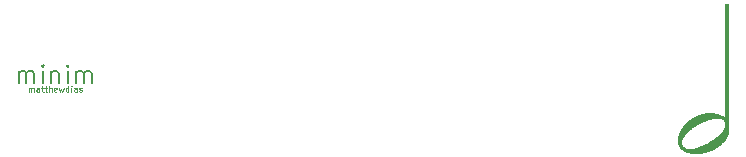
<source format=gbr>
G04 #@! TF.GenerationSoftware,KiCad,Pcbnew,(5.1.4)-1*
G04 #@! TF.CreationDate,2020-11-15T13:42:54-06:00*
G04 #@! TF.ProjectId,minim,6d696e69-6d2e-46b6-9963-61645f706362,rev?*
G04 #@! TF.SameCoordinates,Original*
G04 #@! TF.FileFunction,Legend,Top*
G04 #@! TF.FilePolarity,Positive*
%FSLAX46Y46*%
G04 Gerber Fmt 4.6, Leading zero omitted, Abs format (unit mm)*
G04 Created by KiCad (PCBNEW (5.1.4)-1) date 2020-11-15 13:42:54*
%MOMM*%
%LPD*%
G04 APERTURE LIST*
%ADD10C,0.076200*%
%ADD11C,0.150000*%
%ADD12C,0.010000*%
%ADD13C,0.650000*%
%ADD14O,1.000000X2.100000*%
%ADD15O,1.000000X1.600000*%
%ADD16C,1.750000*%
%ADD17C,3.987800*%
%ADD18C,3.048000*%
G04 APERTURE END LIST*
D10*
X108506380Y-67539809D02*
X108506380Y-67201142D01*
X108506380Y-67249523D02*
X108530571Y-67225333D01*
X108578952Y-67201142D01*
X108651523Y-67201142D01*
X108699904Y-67225333D01*
X108724095Y-67273714D01*
X108724095Y-67539809D01*
X108724095Y-67273714D02*
X108748285Y-67225333D01*
X108796666Y-67201142D01*
X108869238Y-67201142D01*
X108917619Y-67225333D01*
X108941809Y-67273714D01*
X108941809Y-67539809D01*
X109401428Y-67539809D02*
X109401428Y-67273714D01*
X109377238Y-67225333D01*
X109328857Y-67201142D01*
X109232095Y-67201142D01*
X109183714Y-67225333D01*
X109401428Y-67515619D02*
X109353047Y-67539809D01*
X109232095Y-67539809D01*
X109183714Y-67515619D01*
X109159523Y-67467238D01*
X109159523Y-67418857D01*
X109183714Y-67370476D01*
X109232095Y-67346285D01*
X109353047Y-67346285D01*
X109401428Y-67322095D01*
X109570761Y-67201142D02*
X109764285Y-67201142D01*
X109643333Y-67031809D02*
X109643333Y-67467238D01*
X109667523Y-67515619D01*
X109715904Y-67539809D01*
X109764285Y-67539809D01*
X109861047Y-67201142D02*
X110054571Y-67201142D01*
X109933619Y-67031809D02*
X109933619Y-67467238D01*
X109957809Y-67515619D01*
X110006190Y-67539809D01*
X110054571Y-67539809D01*
X110223904Y-67539809D02*
X110223904Y-67031809D01*
X110441619Y-67539809D02*
X110441619Y-67273714D01*
X110417428Y-67225333D01*
X110369047Y-67201142D01*
X110296476Y-67201142D01*
X110248095Y-67225333D01*
X110223904Y-67249523D01*
X110877047Y-67515619D02*
X110828666Y-67539809D01*
X110731904Y-67539809D01*
X110683523Y-67515619D01*
X110659333Y-67467238D01*
X110659333Y-67273714D01*
X110683523Y-67225333D01*
X110731904Y-67201142D01*
X110828666Y-67201142D01*
X110877047Y-67225333D01*
X110901238Y-67273714D01*
X110901238Y-67322095D01*
X110659333Y-67370476D01*
X111070571Y-67201142D02*
X111167333Y-67539809D01*
X111264095Y-67297904D01*
X111360857Y-67539809D01*
X111457619Y-67201142D01*
X111868857Y-67539809D02*
X111868857Y-67031809D01*
X111868857Y-67515619D02*
X111820476Y-67539809D01*
X111723714Y-67539809D01*
X111675333Y-67515619D01*
X111651142Y-67491428D01*
X111626952Y-67443047D01*
X111626952Y-67297904D01*
X111651142Y-67249523D01*
X111675333Y-67225333D01*
X111723714Y-67201142D01*
X111820476Y-67201142D01*
X111868857Y-67225333D01*
X112110761Y-67539809D02*
X112110761Y-67201142D01*
X112110761Y-67031809D02*
X112086571Y-67056000D01*
X112110761Y-67080190D01*
X112134952Y-67056000D01*
X112110761Y-67031809D01*
X112110761Y-67080190D01*
X112570380Y-67539809D02*
X112570380Y-67273714D01*
X112546190Y-67225333D01*
X112497809Y-67201142D01*
X112401047Y-67201142D01*
X112352666Y-67225333D01*
X112570380Y-67515619D02*
X112522000Y-67539809D01*
X112401047Y-67539809D01*
X112352666Y-67515619D01*
X112328476Y-67467238D01*
X112328476Y-67418857D01*
X112352666Y-67370476D01*
X112401047Y-67346285D01*
X112522000Y-67346285D01*
X112570380Y-67322095D01*
X112788095Y-67515619D02*
X112836476Y-67539809D01*
X112933238Y-67539809D01*
X112981619Y-67515619D01*
X113005809Y-67467238D01*
X113005809Y-67443047D01*
X112981619Y-67394666D01*
X112933238Y-67370476D01*
X112860666Y-67370476D01*
X112812285Y-67346285D01*
X112788095Y-67297904D01*
X112788095Y-67273714D01*
X112812285Y-67225333D01*
X112860666Y-67201142D01*
X112933238Y-67201142D01*
X112981619Y-67225333D01*
D11*
X107659714Y-66856428D02*
X107659714Y-65840428D01*
X107659714Y-65985571D02*
X107732285Y-65913000D01*
X107877428Y-65840428D01*
X108095142Y-65840428D01*
X108240285Y-65913000D01*
X108312857Y-66058142D01*
X108312857Y-66856428D01*
X108312857Y-66058142D02*
X108385428Y-65913000D01*
X108530571Y-65840428D01*
X108748285Y-65840428D01*
X108893428Y-65913000D01*
X108966000Y-66058142D01*
X108966000Y-66856428D01*
X109691714Y-66856428D02*
X109691714Y-65840428D01*
X109691714Y-65332428D02*
X109619142Y-65405000D01*
X109691714Y-65477571D01*
X109764285Y-65405000D01*
X109691714Y-65332428D01*
X109691714Y-65477571D01*
X110417428Y-65840428D02*
X110417428Y-66856428D01*
X110417428Y-65985571D02*
X110490000Y-65913000D01*
X110635142Y-65840428D01*
X110852857Y-65840428D01*
X110998000Y-65913000D01*
X111070571Y-66058142D01*
X111070571Y-66856428D01*
X111796285Y-66856428D02*
X111796285Y-65840428D01*
X111796285Y-65332428D02*
X111723714Y-65405000D01*
X111796285Y-65477571D01*
X111868857Y-65405000D01*
X111796285Y-65332428D01*
X111796285Y-65477571D01*
X112522000Y-66856428D02*
X112522000Y-65840428D01*
X112522000Y-65985571D02*
X112594571Y-65913000D01*
X112739714Y-65840428D01*
X112957428Y-65840428D01*
X113102571Y-65913000D01*
X113175142Y-66058142D01*
X113175142Y-66856428D01*
X113175142Y-66058142D02*
X113247714Y-65913000D01*
X113392857Y-65840428D01*
X113610571Y-65840428D01*
X113755714Y-65913000D01*
X113828285Y-66058142D01*
X113828285Y-66856428D01*
D12*
G36*
X167749479Y-65435320D02*
G01*
X167749459Y-65899187D01*
X167749399Y-66340418D01*
X167749299Y-66759281D01*
X167749158Y-67156043D01*
X167748976Y-67530972D01*
X167748751Y-67884336D01*
X167748483Y-68216402D01*
X167748171Y-68527438D01*
X167747816Y-68817712D01*
X167747416Y-69087490D01*
X167746970Y-69337042D01*
X167746479Y-69566633D01*
X167745941Y-69776533D01*
X167745356Y-69967009D01*
X167744723Y-70138327D01*
X167744042Y-70290757D01*
X167743312Y-70424565D01*
X167742532Y-70540020D01*
X167741702Y-70637388D01*
X167740821Y-70716937D01*
X167739889Y-70778935D01*
X167738905Y-70823650D01*
X167737868Y-70851350D01*
X167737134Y-70860590D01*
X167728918Y-70907075D01*
X167715954Y-70965357D01*
X167699736Y-71030054D01*
X167681759Y-71095784D01*
X167663516Y-71157162D01*
X167646500Y-71208808D01*
X167632205Y-71245337D01*
X167628073Y-71253642D01*
X167613575Y-71281699D01*
X167595708Y-71318722D01*
X167588731Y-71333804D01*
X167526106Y-71453810D01*
X167446354Y-71578629D01*
X167353147Y-71703475D01*
X167250155Y-71823566D01*
X167141047Y-71934117D01*
X167098408Y-71972928D01*
X167034181Y-72028371D01*
X166969960Y-72081732D01*
X166909859Y-72129734D01*
X166857992Y-72169096D01*
X166818473Y-72196540D01*
X166815505Y-72198412D01*
X166782361Y-72219558D01*
X166743998Y-72244702D01*
X166732331Y-72252492D01*
X166700122Y-72272912D01*
X166656025Y-72299306D01*
X166608296Y-72326759D01*
X166596442Y-72333390D01*
X166553339Y-72357367D01*
X166515669Y-72378369D01*
X166489581Y-72392965D01*
X166484059Y-72396075D01*
X166423460Y-72427305D01*
X166344417Y-72463133D01*
X166250534Y-72501961D01*
X166203491Y-72520338D01*
X166146048Y-72542406D01*
X166090388Y-72563804D01*
X166043326Y-72581913D01*
X166014537Y-72593007D01*
X165957468Y-72612360D01*
X165882597Y-72633737D01*
X165794808Y-72655998D01*
X165698981Y-72678004D01*
X165600001Y-72698614D01*
X165502749Y-72716688D01*
X165441949Y-72726665D01*
X165351161Y-72739548D01*
X165267657Y-72748702D01*
X165183213Y-72754768D01*
X165089601Y-72758388D01*
X165018234Y-72759758D01*
X164945331Y-72760482D01*
X164877826Y-72760653D01*
X164819995Y-72760300D01*
X164776111Y-72759451D01*
X164750448Y-72758134D01*
X164749118Y-72757987D01*
X164553948Y-72728572D01*
X164378183Y-72689951D01*
X164219945Y-72641383D01*
X164077358Y-72582127D01*
X163948544Y-72511443D01*
X163831625Y-72428589D01*
X163761444Y-72368157D01*
X163724095Y-72329981D01*
X163683595Y-72282920D01*
X163645462Y-72233910D01*
X163615213Y-72189887D01*
X163603663Y-72169782D01*
X163589792Y-72146578D01*
X163579739Y-72135008D01*
X163570011Y-72120060D01*
X163556145Y-72087911D01*
X163539768Y-72043525D01*
X163522508Y-71991864D01*
X163505993Y-71937895D01*
X163491848Y-71886580D01*
X163481703Y-71842885D01*
X163478959Y-71827571D01*
X163478832Y-71826230D01*
X163749088Y-71826230D01*
X163753535Y-71928947D01*
X163768857Y-72015586D01*
X163796700Y-72091029D01*
X163838710Y-72160160D01*
X163877671Y-72207681D01*
X163952931Y-72274233D01*
X164045399Y-72326821D01*
X164153981Y-72365257D01*
X164277585Y-72389350D01*
X164415118Y-72398909D01*
X164565489Y-72393743D01*
X164727603Y-72373664D01*
X164778899Y-72364603D01*
X165020328Y-72309837D01*
X165253902Y-72237404D01*
X165430498Y-72169324D01*
X165477962Y-72150002D01*
X165524714Y-72131751D01*
X165559916Y-72118779D01*
X165598230Y-72104046D01*
X165632791Y-72088492D01*
X165640078Y-72084695D01*
X165662166Y-72073239D01*
X165699728Y-72054451D01*
X165747584Y-72030900D01*
X165800554Y-72005152D01*
X165802680Y-72004125D01*
X165922670Y-71944757D01*
X166027211Y-71889745D01*
X166122429Y-71835761D01*
X166203491Y-71786390D01*
X166232832Y-71767950D01*
X166273483Y-71742393D01*
X166317366Y-71714799D01*
X166323735Y-71710793D01*
X166376422Y-71676430D01*
X166443691Y-71630602D01*
X166521966Y-71575802D01*
X166607667Y-71514522D01*
X166659424Y-71476951D01*
X166689996Y-71453712D01*
X166733167Y-71419652D01*
X166784016Y-71378697D01*
X166837619Y-71334778D01*
X166838797Y-71333804D01*
X166895291Y-71284206D01*
X166958454Y-71223918D01*
X167025054Y-71156485D01*
X167091861Y-71085451D01*
X167155642Y-71014362D01*
X167213167Y-70946762D01*
X167261203Y-70886196D01*
X167296519Y-70836210D01*
X167304941Y-70822451D01*
X167322154Y-70794396D01*
X167335346Y-70775786D01*
X167338374Y-70772668D01*
X167349859Y-70756778D01*
X167366610Y-70724314D01*
X167386512Y-70680381D01*
X167407450Y-70630087D01*
X167427309Y-70578539D01*
X167443975Y-70530844D01*
X167455332Y-70492107D01*
X167456368Y-70487735D01*
X167471399Y-70386653D01*
X167472651Y-70282125D01*
X167460753Y-70180332D01*
X167436334Y-70087450D01*
X167409314Y-70025742D01*
X167355081Y-69948691D01*
X167282487Y-69881394D01*
X167194812Y-69826108D01*
X167095336Y-69785089D01*
X167036561Y-69769378D01*
X166975327Y-69759886D01*
X166897530Y-69753633D01*
X166809280Y-69750625D01*
X166716688Y-69750872D01*
X166625864Y-69754381D01*
X166542919Y-69761159D01*
X166487929Y-69768669D01*
X166419254Y-69782441D01*
X166336004Y-69802374D01*
X166243704Y-69826850D01*
X166147880Y-69854253D01*
X166054059Y-69882962D01*
X165967764Y-69911361D01*
X165894523Y-69937831D01*
X165854213Y-69954244D01*
X165830610Y-69964355D01*
X165791212Y-69981024D01*
X165741363Y-70001996D01*
X165686410Y-70025017D01*
X165682436Y-70026678D01*
X165610820Y-70058164D01*
X165526018Y-70097956D01*
X165433133Y-70143438D01*
X165337266Y-70191999D01*
X165243520Y-70241025D01*
X165156998Y-70287904D01*
X165082799Y-70330021D01*
X165041138Y-70355139D01*
X165002696Y-70378583D01*
X164958600Y-70404678D01*
X164940699Y-70415028D01*
X164890001Y-70445887D01*
X164827274Y-70486838D01*
X164758451Y-70533757D01*
X164689465Y-70582523D01*
X164626248Y-70629014D01*
X164574732Y-70669110D01*
X164573231Y-70670332D01*
X164538491Y-70697313D01*
X164501207Y-70724388D01*
X164497179Y-70727170D01*
X164469277Y-70747341D01*
X164448953Y-70763871D01*
X164445646Y-70767107D01*
X164430821Y-70780692D01*
X164404442Y-70802819D01*
X164381015Y-70821694D01*
X164345827Y-70851915D01*
X164299324Y-70895206D01*
X164245457Y-70947565D01*
X164188177Y-71004987D01*
X164131432Y-71063470D01*
X164079175Y-71119008D01*
X164035354Y-71167600D01*
X164009383Y-71198338D01*
X163982547Y-71232956D01*
X163952323Y-71273942D01*
X163921755Y-71316901D01*
X163893884Y-71357438D01*
X163871755Y-71391157D01*
X163858409Y-71413663D01*
X163855881Y-71420065D01*
X163851325Y-71431775D01*
X163839220Y-71458923D01*
X163821909Y-71496291D01*
X163816386Y-71508006D01*
X163786809Y-71576316D01*
X163767009Y-71638542D01*
X163755286Y-71702733D01*
X163749936Y-71776938D01*
X163749088Y-71826230D01*
X163478832Y-71826230D01*
X163468373Y-71716313D01*
X163468427Y-71593015D01*
X163478503Y-71470925D01*
X163486468Y-71419844D01*
X163498489Y-71359159D01*
X163513262Y-71293982D01*
X163529484Y-71229427D01*
X163545853Y-71170605D01*
X163561065Y-71122630D01*
X163573818Y-71090615D01*
X163576817Y-71085131D01*
X163588830Y-71060717D01*
X163592490Y-71045930D01*
X163597558Y-71028643D01*
X163611286Y-70995740D01*
X163631464Y-70951763D01*
X163655880Y-70901252D01*
X163682323Y-70848750D01*
X163708582Y-70798799D01*
X163732445Y-70755941D01*
X163739471Y-70744038D01*
X163811568Y-70633263D01*
X163896657Y-70517520D01*
X163990800Y-70401312D01*
X164090062Y-70289139D01*
X164190507Y-70185504D01*
X164288199Y-70094907D01*
X164355300Y-70039755D01*
X164376724Y-70022954D01*
X164407645Y-69998368D01*
X164428802Y-69981415D01*
X164467626Y-69951522D01*
X164508336Y-69922144D01*
X164525809Y-69910313D01*
X164559619Y-69887840D01*
X164602359Y-69858930D01*
X164640326Y-69832904D01*
X164682411Y-69805043D01*
X164724499Y-69779131D01*
X164754844Y-69762184D01*
X164783831Y-69746474D01*
X164803071Y-69734197D01*
X164806377Y-69731202D01*
X164818370Y-69723509D01*
X164846850Y-69708218D01*
X164887601Y-69687518D01*
X164936404Y-69663601D01*
X164938072Y-69662797D01*
X164990168Y-69637590D01*
X165037464Y-69614498D01*
X165074574Y-69596165D01*
X165095409Y-69585604D01*
X165123742Y-69572719D01*
X165163529Y-69557008D01*
X165192749Y-69546522D01*
X165241241Y-69529465D01*
X165291906Y-69510930D01*
X165315980Y-69501800D01*
X165476207Y-69449678D01*
X165652469Y-69410662D01*
X165841675Y-69385258D01*
X166040735Y-69373971D01*
X166101858Y-69373413D01*
X166291488Y-69377762D01*
X166462781Y-69390488D01*
X166618914Y-69412116D01*
X166763065Y-69443170D01*
X166898411Y-69484176D01*
X166993663Y-69520773D01*
X167119001Y-69579955D01*
X167235469Y-69648001D01*
X167338369Y-69721877D01*
X167422102Y-69797607D01*
X167448012Y-69821939D01*
X167468294Y-69836357D01*
X167476497Y-69838199D01*
X167477153Y-69826463D01*
X167477797Y-69792569D01*
X167478428Y-69737261D01*
X167479045Y-69661284D01*
X167479645Y-69565383D01*
X167480229Y-69450304D01*
X167480793Y-69316791D01*
X167481338Y-69165589D01*
X167481860Y-68997444D01*
X167482359Y-68813099D01*
X167482834Y-68613301D01*
X167483282Y-68398793D01*
X167483703Y-68170322D01*
X167484095Y-67928631D01*
X167484456Y-67674467D01*
X167484785Y-67408573D01*
X167485080Y-67131695D01*
X167485341Y-66844578D01*
X167485565Y-66547966D01*
X167485751Y-66242605D01*
X167485898Y-65929240D01*
X167486004Y-65608615D01*
X167486068Y-65281476D01*
X167486088Y-64965950D01*
X167486088Y-60099629D01*
X167749479Y-60099629D01*
X167749479Y-65435320D01*
X167749479Y-65435320D01*
G37*
X167749479Y-65435320D02*
X167749459Y-65899187D01*
X167749399Y-66340418D01*
X167749299Y-66759281D01*
X167749158Y-67156043D01*
X167748976Y-67530972D01*
X167748751Y-67884336D01*
X167748483Y-68216402D01*
X167748171Y-68527438D01*
X167747816Y-68817712D01*
X167747416Y-69087490D01*
X167746970Y-69337042D01*
X167746479Y-69566633D01*
X167745941Y-69776533D01*
X167745356Y-69967009D01*
X167744723Y-70138327D01*
X167744042Y-70290757D01*
X167743312Y-70424565D01*
X167742532Y-70540020D01*
X167741702Y-70637388D01*
X167740821Y-70716937D01*
X167739889Y-70778935D01*
X167738905Y-70823650D01*
X167737868Y-70851350D01*
X167737134Y-70860590D01*
X167728918Y-70907075D01*
X167715954Y-70965357D01*
X167699736Y-71030054D01*
X167681759Y-71095784D01*
X167663516Y-71157162D01*
X167646500Y-71208808D01*
X167632205Y-71245337D01*
X167628073Y-71253642D01*
X167613575Y-71281699D01*
X167595708Y-71318722D01*
X167588731Y-71333804D01*
X167526106Y-71453810D01*
X167446354Y-71578629D01*
X167353147Y-71703475D01*
X167250155Y-71823566D01*
X167141047Y-71934117D01*
X167098408Y-71972928D01*
X167034181Y-72028371D01*
X166969960Y-72081732D01*
X166909859Y-72129734D01*
X166857992Y-72169096D01*
X166818473Y-72196540D01*
X166815505Y-72198412D01*
X166782361Y-72219558D01*
X166743998Y-72244702D01*
X166732331Y-72252492D01*
X166700122Y-72272912D01*
X166656025Y-72299306D01*
X166608296Y-72326759D01*
X166596442Y-72333390D01*
X166553339Y-72357367D01*
X166515669Y-72378369D01*
X166489581Y-72392965D01*
X166484059Y-72396075D01*
X166423460Y-72427305D01*
X166344417Y-72463133D01*
X166250534Y-72501961D01*
X166203491Y-72520338D01*
X166146048Y-72542406D01*
X166090388Y-72563804D01*
X166043326Y-72581913D01*
X166014537Y-72593007D01*
X165957468Y-72612360D01*
X165882597Y-72633737D01*
X165794808Y-72655998D01*
X165698981Y-72678004D01*
X165600001Y-72698614D01*
X165502749Y-72716688D01*
X165441949Y-72726665D01*
X165351161Y-72739548D01*
X165267657Y-72748702D01*
X165183213Y-72754768D01*
X165089601Y-72758388D01*
X165018234Y-72759758D01*
X164945331Y-72760482D01*
X164877826Y-72760653D01*
X164819995Y-72760300D01*
X164776111Y-72759451D01*
X164750448Y-72758134D01*
X164749118Y-72757987D01*
X164553948Y-72728572D01*
X164378183Y-72689951D01*
X164219945Y-72641383D01*
X164077358Y-72582127D01*
X163948544Y-72511443D01*
X163831625Y-72428589D01*
X163761444Y-72368157D01*
X163724095Y-72329981D01*
X163683595Y-72282920D01*
X163645462Y-72233910D01*
X163615213Y-72189887D01*
X163603663Y-72169782D01*
X163589792Y-72146578D01*
X163579739Y-72135008D01*
X163570011Y-72120060D01*
X163556145Y-72087911D01*
X163539768Y-72043525D01*
X163522508Y-71991864D01*
X163505993Y-71937895D01*
X163491848Y-71886580D01*
X163481703Y-71842885D01*
X163478959Y-71827571D01*
X163478832Y-71826230D01*
X163749088Y-71826230D01*
X163753535Y-71928947D01*
X163768857Y-72015586D01*
X163796700Y-72091029D01*
X163838710Y-72160160D01*
X163877671Y-72207681D01*
X163952931Y-72274233D01*
X164045399Y-72326821D01*
X164153981Y-72365257D01*
X164277585Y-72389350D01*
X164415118Y-72398909D01*
X164565489Y-72393743D01*
X164727603Y-72373664D01*
X164778899Y-72364603D01*
X165020328Y-72309837D01*
X165253902Y-72237404D01*
X165430498Y-72169324D01*
X165477962Y-72150002D01*
X165524714Y-72131751D01*
X165559916Y-72118779D01*
X165598230Y-72104046D01*
X165632791Y-72088492D01*
X165640078Y-72084695D01*
X165662166Y-72073239D01*
X165699728Y-72054451D01*
X165747584Y-72030900D01*
X165800554Y-72005152D01*
X165802680Y-72004125D01*
X165922670Y-71944757D01*
X166027211Y-71889745D01*
X166122429Y-71835761D01*
X166203491Y-71786390D01*
X166232832Y-71767950D01*
X166273483Y-71742393D01*
X166317366Y-71714799D01*
X166323735Y-71710793D01*
X166376422Y-71676430D01*
X166443691Y-71630602D01*
X166521966Y-71575802D01*
X166607667Y-71514522D01*
X166659424Y-71476951D01*
X166689996Y-71453712D01*
X166733167Y-71419652D01*
X166784016Y-71378697D01*
X166837619Y-71334778D01*
X166838797Y-71333804D01*
X166895291Y-71284206D01*
X166958454Y-71223918D01*
X167025054Y-71156485D01*
X167091861Y-71085451D01*
X167155642Y-71014362D01*
X167213167Y-70946762D01*
X167261203Y-70886196D01*
X167296519Y-70836210D01*
X167304941Y-70822451D01*
X167322154Y-70794396D01*
X167335346Y-70775786D01*
X167338374Y-70772668D01*
X167349859Y-70756778D01*
X167366610Y-70724314D01*
X167386512Y-70680381D01*
X167407450Y-70630087D01*
X167427309Y-70578539D01*
X167443975Y-70530844D01*
X167455332Y-70492107D01*
X167456368Y-70487735D01*
X167471399Y-70386653D01*
X167472651Y-70282125D01*
X167460753Y-70180332D01*
X167436334Y-70087450D01*
X167409314Y-70025742D01*
X167355081Y-69948691D01*
X167282487Y-69881394D01*
X167194812Y-69826108D01*
X167095336Y-69785089D01*
X167036561Y-69769378D01*
X166975327Y-69759886D01*
X166897530Y-69753633D01*
X166809280Y-69750625D01*
X166716688Y-69750872D01*
X166625864Y-69754381D01*
X166542919Y-69761159D01*
X166487929Y-69768669D01*
X166419254Y-69782441D01*
X166336004Y-69802374D01*
X166243704Y-69826850D01*
X166147880Y-69854253D01*
X166054059Y-69882962D01*
X165967764Y-69911361D01*
X165894523Y-69937831D01*
X165854213Y-69954244D01*
X165830610Y-69964355D01*
X165791212Y-69981024D01*
X165741363Y-70001996D01*
X165686410Y-70025017D01*
X165682436Y-70026678D01*
X165610820Y-70058164D01*
X165526018Y-70097956D01*
X165433133Y-70143438D01*
X165337266Y-70191999D01*
X165243520Y-70241025D01*
X165156998Y-70287904D01*
X165082799Y-70330021D01*
X165041138Y-70355139D01*
X165002696Y-70378583D01*
X164958600Y-70404678D01*
X164940699Y-70415028D01*
X164890001Y-70445887D01*
X164827274Y-70486838D01*
X164758451Y-70533757D01*
X164689465Y-70582523D01*
X164626248Y-70629014D01*
X164574732Y-70669110D01*
X164573231Y-70670332D01*
X164538491Y-70697313D01*
X164501207Y-70724388D01*
X164497179Y-70727170D01*
X164469277Y-70747341D01*
X164448953Y-70763871D01*
X164445646Y-70767107D01*
X164430821Y-70780692D01*
X164404442Y-70802819D01*
X164381015Y-70821694D01*
X164345827Y-70851915D01*
X164299324Y-70895206D01*
X164245457Y-70947565D01*
X164188177Y-71004987D01*
X164131432Y-71063470D01*
X164079175Y-71119008D01*
X164035354Y-71167600D01*
X164009383Y-71198338D01*
X163982547Y-71232956D01*
X163952323Y-71273942D01*
X163921755Y-71316901D01*
X163893884Y-71357438D01*
X163871755Y-71391157D01*
X163858409Y-71413663D01*
X163855881Y-71420065D01*
X163851325Y-71431775D01*
X163839220Y-71458923D01*
X163821909Y-71496291D01*
X163816386Y-71508006D01*
X163786809Y-71576316D01*
X163767009Y-71638542D01*
X163755286Y-71702733D01*
X163749936Y-71776938D01*
X163749088Y-71826230D01*
X163478832Y-71826230D01*
X163468373Y-71716313D01*
X163468427Y-71593015D01*
X163478503Y-71470925D01*
X163486468Y-71419844D01*
X163498489Y-71359159D01*
X163513262Y-71293982D01*
X163529484Y-71229427D01*
X163545853Y-71170605D01*
X163561065Y-71122630D01*
X163573818Y-71090615D01*
X163576817Y-71085131D01*
X163588830Y-71060717D01*
X163592490Y-71045930D01*
X163597558Y-71028643D01*
X163611286Y-70995740D01*
X163631464Y-70951763D01*
X163655880Y-70901252D01*
X163682323Y-70848750D01*
X163708582Y-70798799D01*
X163732445Y-70755941D01*
X163739471Y-70744038D01*
X163811568Y-70633263D01*
X163896657Y-70517520D01*
X163990800Y-70401312D01*
X164090062Y-70289139D01*
X164190507Y-70185504D01*
X164288199Y-70094907D01*
X164355300Y-70039755D01*
X164376724Y-70022954D01*
X164407645Y-69998368D01*
X164428802Y-69981415D01*
X164467626Y-69951522D01*
X164508336Y-69922144D01*
X164525809Y-69910313D01*
X164559619Y-69887840D01*
X164602359Y-69858930D01*
X164640326Y-69832904D01*
X164682411Y-69805043D01*
X164724499Y-69779131D01*
X164754844Y-69762184D01*
X164783831Y-69746474D01*
X164803071Y-69734197D01*
X164806377Y-69731202D01*
X164818370Y-69723509D01*
X164846850Y-69708218D01*
X164887601Y-69687518D01*
X164936404Y-69663601D01*
X164938072Y-69662797D01*
X164990168Y-69637590D01*
X165037464Y-69614498D01*
X165074574Y-69596165D01*
X165095409Y-69585604D01*
X165123742Y-69572719D01*
X165163529Y-69557008D01*
X165192749Y-69546522D01*
X165241241Y-69529465D01*
X165291906Y-69510930D01*
X165315980Y-69501800D01*
X165476207Y-69449678D01*
X165652469Y-69410662D01*
X165841675Y-69385258D01*
X166040735Y-69373971D01*
X166101858Y-69373413D01*
X166291488Y-69377762D01*
X166462781Y-69390488D01*
X166618914Y-69412116D01*
X166763065Y-69443170D01*
X166898411Y-69484176D01*
X166993663Y-69520773D01*
X167119001Y-69579955D01*
X167235469Y-69648001D01*
X167338369Y-69721877D01*
X167422102Y-69797607D01*
X167448012Y-69821939D01*
X167468294Y-69836357D01*
X167476497Y-69838199D01*
X167477153Y-69826463D01*
X167477797Y-69792569D01*
X167478428Y-69737261D01*
X167479045Y-69661284D01*
X167479645Y-69565383D01*
X167480229Y-69450304D01*
X167480793Y-69316791D01*
X167481338Y-69165589D01*
X167481860Y-68997444D01*
X167482359Y-68813099D01*
X167482834Y-68613301D01*
X167483282Y-68398793D01*
X167483703Y-68170322D01*
X167484095Y-67928631D01*
X167484456Y-67674467D01*
X167484785Y-67408573D01*
X167485080Y-67131695D01*
X167485341Y-66844578D01*
X167485565Y-66547966D01*
X167485751Y-66242605D01*
X167485898Y-65929240D01*
X167486004Y-65608615D01*
X167486068Y-65281476D01*
X167486088Y-64965950D01*
X167486088Y-60099629D01*
X167749479Y-60099629D01*
X167749479Y-65435320D01*
%LPC*%
D13*
X141066000Y-1170000D03*
X135286000Y-1170000D03*
D14*
X133856000Y-1700000D03*
X142496000Y-1700000D03*
D15*
X133856000Y2480000D03*
X142496000Y2480000D03*
D16*
X38417500Y-9525000D03*
X28257500Y-9525000D03*
D17*
X33337500Y-9525000D03*
D16*
X269398750Y-9525000D03*
X259238750Y-9525000D03*
D17*
X264318750Y-9525000D03*
D16*
X21748750Y-28575000D03*
X11588750Y-28575000D03*
D17*
X16668750Y-28575000D03*
D16*
X47942500Y-28575000D03*
X37782500Y-28575000D03*
D17*
X42862500Y-28575000D03*
D16*
X264636250Y-28575000D03*
X254476250Y-28575000D03*
D17*
X259556250Y-28575000D03*
X33337500Y-39370000D03*
X9525000Y-39370000D03*
D18*
X33337500Y-54610000D03*
X9525000Y-54610000D03*
D16*
X26511250Y-47625000D03*
X16351250Y-47625000D03*
D17*
X21431250Y-47625000D03*
D16*
X57467500Y-47625000D03*
X47307500Y-47625000D03*
D17*
X52387500Y-47625000D03*
X266700000Y-39370000D03*
X242887500Y-39370000D03*
D18*
X266700000Y-54610000D03*
X242887500Y-54610000D03*
D16*
X259873750Y-47625000D03*
X249713750Y-47625000D03*
D17*
X254793750Y-47625000D03*
D16*
X43180000Y-66675000D03*
X33020000Y-66675000D03*
D17*
X38100000Y-66675000D03*
D16*
X64611250Y-66675000D03*
X54451250Y-66675000D03*
D17*
X59531250Y-66675000D03*
X102393750Y-58420000D03*
X78581250Y-58420000D03*
D18*
X102393750Y-73660000D03*
X78581250Y-73660000D03*
D16*
X95567500Y-66675000D03*
X85407500Y-66675000D03*
D17*
X90487500Y-66675000D03*
X157162500Y-58420000D03*
X119062500Y-58420000D03*
D18*
X157162500Y-73660000D03*
X119062500Y-73660000D03*
D17*
X195262500Y-58420000D03*
X80962500Y-58420000D03*
D18*
X195262500Y-73660000D03*
X80962500Y-73660000D03*
D16*
X143192500Y-66675000D03*
X133032500Y-66675000D03*
D17*
X138112500Y-66675000D03*
X197643750Y-58420000D03*
X173831250Y-58420000D03*
D18*
X197643750Y-73660000D03*
X173831250Y-73660000D03*
D16*
X190817500Y-66675000D03*
X180657500Y-66675000D03*
D17*
X185737500Y-66675000D03*
D16*
X221773750Y-66675000D03*
X211613750Y-66675000D03*
D17*
X216693750Y-66675000D03*
D16*
X243205000Y-66675000D03*
X233045000Y-66675000D03*
D17*
X238125000Y-66675000D03*
D16*
X16986250Y-9525000D03*
X6826250Y-9525000D03*
D17*
X11906250Y-9525000D03*
D16*
X95567500Y-47625000D03*
X85407500Y-47625000D03*
D17*
X90487500Y-47625000D03*
D16*
X95567500Y-9525000D03*
X85407500Y-9525000D03*
D17*
X90487500Y-9525000D03*
D16*
X228917500Y-47625000D03*
X218757500Y-47625000D03*
D17*
X223837500Y-47625000D03*
D16*
X209867500Y-47625000D03*
X199707500Y-47625000D03*
D17*
X204787500Y-47625000D03*
D16*
X190817500Y-47625000D03*
X180657500Y-47625000D03*
D17*
X185737500Y-47625000D03*
D16*
X171767500Y-47625000D03*
X161607500Y-47625000D03*
D17*
X166687500Y-47625000D03*
D16*
X152717500Y-47625000D03*
X142557500Y-47625000D03*
D17*
X147637500Y-47625000D03*
D16*
X133667500Y-47625000D03*
X123507500Y-47625000D03*
D17*
X128587500Y-47625000D03*
D16*
X114617500Y-47625000D03*
X104457500Y-47625000D03*
D17*
X109537500Y-47625000D03*
D16*
X76517500Y-47625000D03*
X66357500Y-47625000D03*
D17*
X71437500Y-47625000D03*
D16*
X238442500Y-28575000D03*
X228282500Y-28575000D03*
D17*
X233362500Y-28575000D03*
D16*
X219392500Y-28575000D03*
X209232500Y-28575000D03*
D17*
X214312500Y-28575000D03*
D16*
X200342500Y-28575000D03*
X190182500Y-28575000D03*
D17*
X195262500Y-28575000D03*
D16*
X181292500Y-28575000D03*
X171132500Y-28575000D03*
D17*
X176212500Y-28575000D03*
D16*
X162242500Y-28575000D03*
X152082500Y-28575000D03*
D17*
X157162500Y-28575000D03*
D16*
X143192500Y-28575000D03*
X133032500Y-28575000D03*
D17*
X138112500Y-28575000D03*
D16*
X124142500Y-28575000D03*
X113982500Y-28575000D03*
D17*
X119062500Y-28575000D03*
D16*
X105092500Y-28575000D03*
X94932500Y-28575000D03*
D17*
X100012500Y-28575000D03*
D16*
X86042500Y-28575000D03*
X75882500Y-28575000D03*
D17*
X80962500Y-28575000D03*
D16*
X66992500Y-28575000D03*
X56832500Y-28575000D03*
D17*
X61912500Y-28575000D03*
D16*
X247967500Y-9525000D03*
X237807500Y-9525000D03*
D17*
X242887500Y-9525000D03*
D16*
X228917500Y-9525000D03*
X218757500Y-9525000D03*
D17*
X223837500Y-9525000D03*
D16*
X209867500Y-9525000D03*
X199707500Y-9525000D03*
D17*
X204787500Y-9525000D03*
D16*
X190817500Y-9525000D03*
X180657500Y-9525000D03*
D17*
X185737500Y-9525000D03*
D16*
X171767500Y-9525000D03*
X161607500Y-9525000D03*
D17*
X166687500Y-9525000D03*
D16*
X152717500Y-9525000D03*
X142557500Y-9525000D03*
D17*
X147637500Y-9525000D03*
D16*
X133667500Y-9525000D03*
X123507500Y-9525000D03*
D17*
X128587500Y-9525000D03*
D16*
X114617500Y-9525000D03*
X104457500Y-9525000D03*
D17*
X109537500Y-9525000D03*
D16*
X76517500Y-9525000D03*
X66357500Y-9525000D03*
D17*
X71437500Y-9525000D03*
D16*
X57467500Y-9525000D03*
X47307500Y-9525000D03*
D17*
X52387500Y-9525000D03*
M02*

</source>
